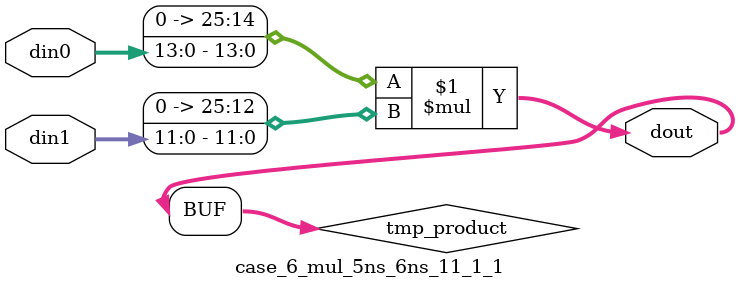
<source format=v>

`timescale 1 ns / 1 ps

 (* use_dsp = "no" *)  module case_6_mul_5ns_6ns_11_1_1(din0, din1, dout);
parameter ID = 1;
parameter NUM_STAGE = 0;
parameter din0_WIDTH = 14;
parameter din1_WIDTH = 12;
parameter dout_WIDTH = 26;

input [din0_WIDTH - 1 : 0] din0; 
input [din1_WIDTH - 1 : 0] din1; 
output [dout_WIDTH - 1 : 0] dout;

wire signed [dout_WIDTH - 1 : 0] tmp_product;
























assign tmp_product = $signed({1'b0, din0}) * $signed({1'b0, din1});











assign dout = tmp_product;





















endmodule

</source>
